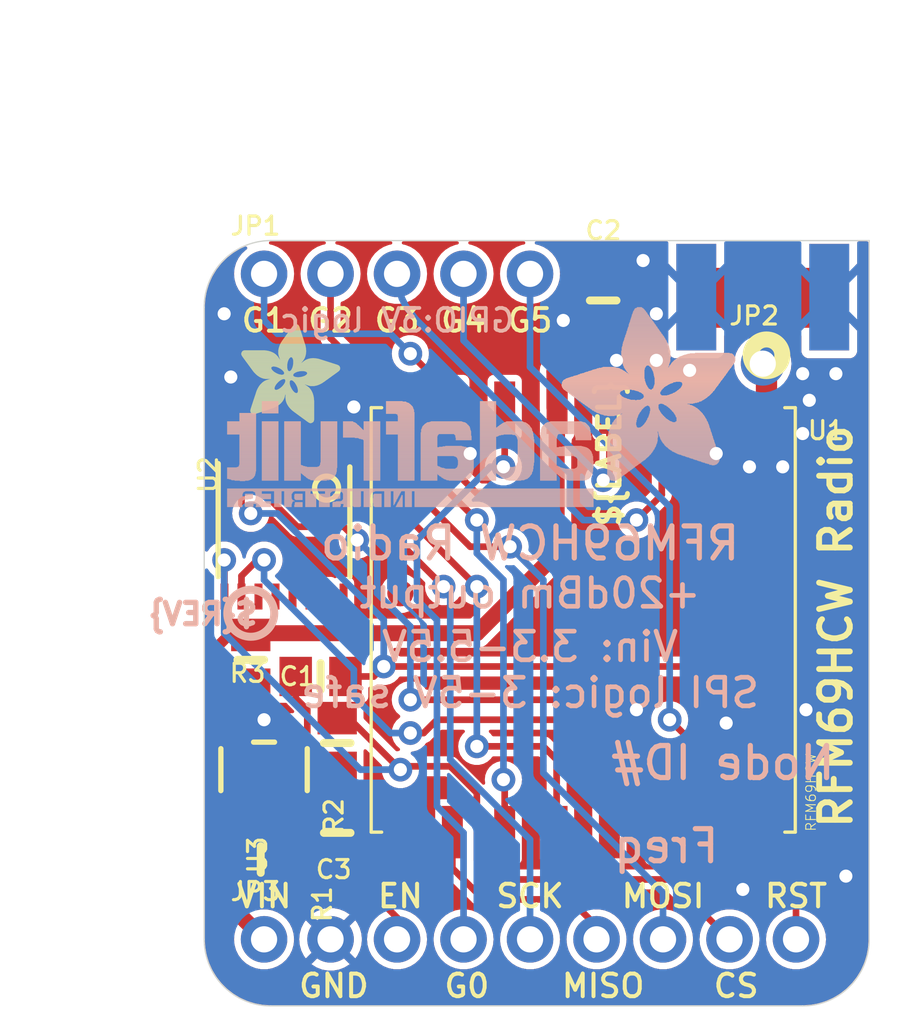
<source format=kicad_pcb>
(kicad_pcb (version 20221018) (generator pcbnew)
  (layers (0 "F.Cu" signal) (31 "B.Cu" signal) (34 "B.Paste" user) (35 "F.Paste" user) (36 "B.SilkS" user "B.Silkscreen") (37 "F.SilkS" user "F.Silkscreen") (38 "B.Mask" user) (39 "F.Mask" user) (44 "Edge.Cuts" user))
  (net 0 "")
  (net 1 "GND")
  (net 2 "3.3V")
  (net 3 "RST_3V")
  (net 4 "MOSI_3V")
  (net 5 "SCK_3V")
  (net 6 "CS_3V")
  (net 7 "RST_5V")
  (net 8 "MOSI_5V")
  (net 9 "SCK_5V")
  (net 10 "CS_5V")
  (net 11 "VIN")
  (net 12 "MISO_3V")
  (net 13 "EN")
  (net 14 "N$1")
  (net 15 "DIO3")
  (net 16 "DIO0")
  (net 17 "DIO2")
  (net 18 "DIO1")
  (net 19 "DIO5")
  (net 20 "DIO4")
  (footprint "working:0805-NO" (layer "F.Cu") (at 140.8811 113.0046 -90)
    (fp_text reference "R1" (at 1.9685 0.5715 90) (layer "F.SilkS") (effects (font (size 0.692831 0.692831) (thickness 0.119969)) (justify right)))
    (fp_text value "100K")
    (pad "1" smd rect (at -0.95 0 270) (size 1.24 1.5) (layers "F.Cu" "F.Paste" "F.Mask") (net 11 "VIN"))
    (pad "2" smd rect (at 0.95 0 270) (size 1.24 1.5) (layers "F.Cu" "F.Paste" "F.Mask") (net 13 "EN"))
  )
  (footprint "working:0805-NO" (layer "F.Cu") (at 151.0411 92.6846 90)
    (fp_text reference "C2" (at 2.667 0.762) (layer "F.SilkS") (effects (font (size 0.692831 0.692831) (thickness 0.119969)) (justify right)))
    (fp_text value "0.1uF")
    (pad "1" smd rect (at -0.95 0 90) (size 1.24 1.5) (layers "F.Cu" "F.Paste" "F.Mask") (net 2 "3.3V"))
    (pad "2" smd rect (at 0.95 0 90) (size 1.24 1.5) (layers "F.Cu" "F.Paste" "F.Mask") (net 1 "GND"))
  )
  (footprint "working:SOT23-5" (layer "F.Cu") (at 138.0871 110.5916)
    (fp_text reference "U3" (at -0.254 2.486 90) (layer "F.SilkS") (effects (font (size 0.692831 0.692831) (thickness 0.119969)) (justify right)))
    (fp_text value "AP2112K-3.3")
    (pad "1" smd rect (at -0.95 1.3001) (size 0.55 1.2) (layers "F.Cu" "F.Paste" "F.Mask") (net 11 "VIN"))
    (pad "2" smd rect (at 0 1.3001) (size 0.55 1.2) (layers "F.Cu" "F.Paste" "F.Mask") (net 1 "GND"))
    (pad "3" smd rect (at 0.95 1.3001) (size 0.55 1.2) (layers "F.Cu" "F.Paste" "F.Mask") (net 13 "EN"))
    (pad "4" smd rect (at 0.95 -1.3001) (size 0.55 1.2) (layers "F.Cu" "F.Paste" "F.Mask"))
    (pad "5" smd rect (at -0.95 -1.3001) (size 0.55 1.2) (layers "F.Cu" "F.Paste" "F.Mask") (net 2 "3.3V"))
  )
  (footprint "working:RFMHCW_SMT" (layer "F.Cu") (at 150.2791 104.8766 90)
    (fp_text reference "U1" (at 7.23 8.51) (layer "F.SilkS") (effects (font (size 0.692831 0.692831) (thickness 0.119969)) (justify left)))
    (fp_text value "RFM69HCW" (at -8.1 8.7 90) (layer "F.SilkS") (effects (font (size 0.369824 0.369824) (thickness 0.036576)) (justify left)))
    (pad "1P" smd rect (at 8.1 7 270) (size 2 0.8) (layers "F.Cu" "F.Paste" "F.Mask") (net 14 "N$1"))
    (pad "2P" smd rect (at 8.1 5 270) (size 2 0.8) (layers "F.Cu" "F.Paste" "F.Mask") (net 1 "GND"))
    (pad "3P" smd rect (at 8.1 3 270) (size 2 0.8) (layers "F.Cu" "F.Paste" "F.Mask") (net 15 "DIO3"))
    (pad "4P" smd rect (at 8.1 1 270) (size 2 0.8) (layers "F.Cu" "F.Paste" "F.Mask") (net 20 "DIO4"))
    (pad "5P" smd rect (at 8.1 -1 270) (size 2 0.8) (layers "F.Cu" "F.Paste" "F.Mask") (net 2 "3.3V"))
    (pad "6P" smd rect (at 8.1 -3 270) (size 2 0.8) (layers "F.Cu" "F.Paste" "F.Mask") (net 16 "DIO0"))
    (pad "7P" smd rect (at 8.1 -5 270) (size 2 0.8) (layers "F.Cu" "F.Paste" "F.Mask") (net 18 "DIO1"))
    (pad "8P" smd rect (at 8.1 -7 270) (size 2 0.8) (layers "F.Cu" "F.Paste" "F.Mask") (net 17 "DIO2"))
    (pad "9P" smd rect (at -8.1 -7 90) (size 2 0.8) (layers "F.Cu" "F.Paste" "F.Mask") (net 1 "GND"))
    (pad "10P" smd rect (at -8.1 -5 90) (size 2 0.8) (layers "F.Cu" "F.Paste" "F.Mask") (net 12 "MISO_3V"))
    (pad "11P" smd rect (at -8.1 -3 90) (size 2 0.8) (layers "F.Cu" "F.Paste" "F.Mask") (net 4 "MOSI_3V"))
    (pad "12P" smd rect (at -8.1 -1 90) (size 2 0.8) (layers "F.Cu" "F.Paste" "F.Mask") (net 5 "SCK_3V"))
    (pad "13P" smd rect (at -8.1 1 90) (size 2 0.8) (layers "F.Cu" "F.Paste" "F.Mask") (net 6 "CS_3V"))
    (pad "14P" smd rect (at -8.1 3 90) (size 2 0.8) (layers "F.Cu" "F.Paste" "F.Mask") (net 3 "RST_3V"))
    (pad "15P" smd rect (at -8.1 5 90) (size 2 0.8) (layers "F.Cu" "F.Paste" "F.Mask") (net 19 "DIO5"))
    (pad "16P" smd rect (at -8.1 7 90) (size 2 0.8) (layers "F.Cu" "F.Paste" "F.Mask") (net 1 "GND"))
  )
  (footprint "working:0805-NO" (layer "F.Cu") (at 140.8811 109.5756 -90)
    (fp_text reference "R2" (at 2.032 0.127 90) (layer "F.SilkS") (effects (font (size 0.692831 0.692831) (thickness 0.119969)) (justify right)))
    (fp_text value "100K")
    (pad "1" smd rect (at -0.95 0 270) (size 1.24 1.5) (layers "F.Cu" "F.Paste" "F.Mask") (net 10 "CS_5V"))
    (pad "2" smd rect (at 0.95 0 270) (size 1.24 1.5) (layers "F.Cu" "F.Paste" "F.Mask") (net 11 "VIN"))
  )
  (footprint "working:0805-NO" (layer "F.Cu") (at 137.9601 114.0206)
    (fp_text reference "C3" (at 2.032 0.381) (layer "F.SilkS") (effects (font (size 0.692831 0.692831) (thickness 0.119969)) (justify left)))
    (fp_text value "10uF")
    (pad "1" smd rect (at -0.95 0) (size 1.24 1.5) (layers "F.Cu" "F.Paste" "F.Mask") (net 11 "VIN"))
    (pad "2" smd rect (at 0.95 0) (size 1.24 1.5) (layers "F.Cu" "F.Paste" "F.Mask") (net 1 "GND"))
  )
  (footprint "working:1X05_ROUND_70" (layer "F.Cu") (at 143.1671 91.6686)
    (fp_text reference "JP1" (at -6.4262 -1.8288) (layer "F.SilkS") (effects (font (size 0.692831 0.692831) (thickness 0.119969)) (justify left)))
    (fp_text value "")
    (pad "1" thru_hole circle (at -5.08 0 90) (size 1.778 1.778) (drill 1) (layers "*.Cu" "*.Mask") (net 18 "DIO1"))
    (pad "2" thru_hole circle (at -2.54 0 90) (size 1.778 1.778) (drill 1) (layers "*.Cu" "*.Mask") (net 17 "DIO2"))
    (pad "3" thru_hole circle (at 0 0 90) (size 1.778 1.778) (drill 1) (layers "*.Cu" "*.Mask") (net 15 "DIO3"))
    (pad "4" thru_hole circle (at 2.54 0 90) (size 1.778 1.778) (drill 1) (layers "*.Cu" "*.Mask") (net 20 "DIO4"))
    (pad "5" thru_hole circle (at 5.08 0 90) (size 1.778 1.778) (drill 1) (layers "*.Cu" "*.Mask") (net 19 "DIO5"))
  )
  (footprint "working:TSSOP16" (layer "F.Cu") (at 138.8491 101.0666 180)
    (fp_text reference "U2" (at 2.8956 0.9652 90) (layer "F.SilkS") (effects (font (size 0.692831 0.692831) (thickness 0.119969)) (justify left)))
    (fp_text value "74HC4050D")
    (pad "1" smd rect (at -2.275 2.9178 180) (size 0.3048 0.9906) (layers "F.Cu" "F.Paste" "F.Mask") (net 2 "3.3V"))
    (pad "2" smd rect (at -1.625 2.9178 180) (size 0.3048 0.9906) (layers "F.Cu" "F.Paste" "F.Mask") (net 4 "MOSI_3V"))
    (pad "3" smd rect (at -0.975 2.9178 180) (size 0.3048 0.9906) (layers "F.Cu" "F.Paste" "F.Mask") (net 8 "MOSI_5V"))
    (pad "4" smd rect (at -0.325 2.9178 180) (size 0.3048 0.9906) (layers "F.Cu" "F.Paste" "F.Mask") (net 5 "SCK_3V"))
    (pad "5" smd rect (at 0.325 2.9178 180) (size 0.3048 0.9906) (layers "F.Cu" "F.Paste" "F.Mask") (net 9 "SCK_5V"))
    (pad "6" smd rect (at 0.975 2.9178 180) (size 0.3048 0.9906) (layers "F.Cu" "F.Paste" "F.Mask") (net 3 "RST_3V"))
    (pad "7" smd rect (at 1.625 2.9178 180) (size 0.3048 0.9906) (layers "F.Cu" "F.Paste" "F.Mask") (net 7 "RST_5V"))
    (pad "8" smd rect (at 2.275 2.9178 180) (size 0.3048 0.9906) (layers "F.Cu" "F.Paste" "F.Mask") (net 1 "GND"))
    (pad "9" smd rect (at 2.275 -2.9178 180) (size 0.3048 0.9906) (layers "F.Cu" "F.Paste" "F.Mask") (net 10 "CS_5V"))
    (pad "10" smd rect (at 1.625 -2.9178 180) (size 0.3048 0.9906) (layers "F.Cu" "F.Paste" "F.Mask") (net 6 "CS_3V"))
    (pad "11" smd rect (at 0.975 -2.9178 180) (size 0.3048 0.9906) (layers "F.Cu" "F.Paste" "F.Mask"))
    (pad "12" smd rect (at 0.325 -2.9178 180) (size 0.3048 0.9906) (layers "F.Cu" "F.Paste" "F.Mask"))
    (pad "13" smd rect (at -0.325 -2.9178 180) (size 0.3048 0.9906) (layers "F.Cu" "F.Paste" "F.Mask"))
    (pad "14" smd rect (at -0.975 -2.9178 180) (size 0.3048 0.9906) (layers "F.Cu" "F.Paste" "F.Mask"))
    (pad "15" smd rect (at -1.625 -2.9178 180) (size 0.3048 0.9906) (layers "F.Cu" "F.Paste" "F.Mask"))
    (pad "16" smd rect (at -2.275 -2.9178 180) (size 0.3048 0.9906) (layers "F.Cu" "F.Paste" "F.Mask"))
  )
  (footprint "working:1X09_ROUND_70" (layer "F.Cu") (at 148.2471 117.0686)
    (fp_text reference "JP3" (at -11.5062 -1.8288) (layer "F.SilkS") (effects (font (size 0.692831 0.692831) (thickness 0.119969)) (justify left)))
    (fp_text value "")
    (pad "1" thru_hole circle (at -10.16 0 90) (size 1.778 1.778) (drill 1) (layers "*.Cu" "*.Mask") (net 11 "VIN"))
    (pad "2" thru_hole circle (at -7.62 0 90) (size 1.778 1.778) (drill 1) (layers "*.Cu" "*.Mask") (net 1 "GND"))
    (pad "3" thru_hole circle (at -5.08 0 90) (size 1.778 1.778) (drill 1) (layers "*.Cu" "*.Mask") (net 13 "EN"))
    (pad "4" thru_hole circle (at -2.54 0 90) (size 1.778 1.778) (drill 1) (layers "*.Cu" "*.Mask") (net 16 "DIO0"))
    (pad "5" thru_hole circle (at 0 0 90) (size 1.778 1.778) (drill 1) (layers "*.Cu" "*.Mask") (net 9 "SCK_5V"))
    (pad "6" thru_hole circle (at 2.54 0 90) (size 1.778 1.778) (drill 1) (layers "*.Cu" "*.Mask") (net 12 "MISO_3V"))
    (pad "7" thru_hole circle (at 5.08 0 90) (size 1.778 1.778) (drill 1) (layers "*.Cu" "*.Mask") (net 8 "MOSI_5V"))
    (pad "8" thru_hole circle (at 7.62 0 90) (size 1.778 1.778) (drill 1) (layers "*.Cu" "*.Mask") (net 10 "CS_5V"))
    (pad "9" thru_hole circle (at 10.16 0 90) (size 1.778 1.778) (drill 1) (layers "*.Cu" "*.Mask") (net 7 "RST_5V"))
  )
  (footprint "working:FIDUCIAL_1MM" (layer "F.Cu") (at 143.2941 103.8606 90)
    (fp_text reference "FID2" hide)
    (fp_text value "FIDUCIAL\"\"" hide)
    (pad "1" smd roundrect (at 0 0 90) (size 1 1) (layers "F.Cu" "F.Mask") (roundrect_rratio 0.5))
  )
  (footprint "working:SMA_EDGELAUNCH_UFL" (layer "F.Cu") (at 157.1371 90.5256 -90)
    (fp_text reference "X1" hide)
    (fp_text value "uFL/SMA")
    (fp_text user "${LABEL}" (at 5.08 6.35 -90) (layer "F.SilkS") (effects (font (size 0.83312 0.83312) (thickness 0.18288)) (justify right top)))
    (fp_poly (pts (xy 3.2004 -0.9636) (xy 0.9144 -0.9636) (xy 0.9144 -3.2766) (xy 3.2004 -3.2766)) (fill solid) (layer "F.Cu"))
    (fp_poly (pts (xy 3.2004 3.2766) (xy 0.9144 3.2766) (xy 0.9144 0.9636) (xy 3.2004 0.9636)) (fill solid) (layer "F.Cu"))
    (pad "GND@1" smd rect (at 2.032 2.54) (size 1.524 4.064) (layers "F.Cu" "F.Mask") (net 1 "GND"))
    (pad "GND@2" smd rect (at 2.032 -2.54) (size 1.524 4.064) (layers "F.Cu" "F.Mask") (net 1 "GND"))
    (pad "GND@3" smd rect (at 2.032 -2.54) (size 1.524 4.064) (layers "B.Cu" "B.Mask") (net 1 "GND"))
    (pad "GND@4" smd rect (at 2.032 2.54) (size 1.524 4.064) (layers "B.Cu" "B.Mask") (net 1 "GND"))
    (pad "P" smd rect (at 3.048 0) (size 1.016 2.032) (layers "F.Cu" "F.Mask") (net 14 "N$1"))
    (zone (net 0) (net_name "") (layer "F.Cu") (connect_pads (clearance 0)) (min_thickness 0.25)
      (keepout (tracks not_allowed) (vias not_allowed) (pads not_allowed) (copperpour not_allowed) (footprints allowed))
      (fill (thermal_gap 0.5) (thermal_bridge_width 0.5))
      (polygon (pts (xy 156.2735 91.44) (xy 156.2735 93.726) (xy 156.5021 93.726) (xy 156.5021 91.44)))
    )
    (zone (net 0) (net_name "") (layer "F.Cu") (connect_pads (clearance 0)) (min_thickness 0.25)
      (keepout (tracks not_allowed) (vias not_allowed) (pads not_allowed) (copperpour not_allowed) (footprints allowed))
      (fill (thermal_gap 0.5) (thermal_bridge_width 0.5))
      (polygon (pts (xy 157.7721 91.44) (xy 157.7721 93.726) (xy 158.0007 93.726) (xy 158.0007 91.44)))
    )
  )
  (footprint "working:0805-NO" (layer "F.Cu") (at 140.2461 107.0356 180)
    (fp_text reference "R3" (at 2.032 0.127) (layer "F.SilkS") (effects (font (size 0.692831 0.692831) (thickness 0.119969)) (justify right)))
    (fp_text value "100K")
    (pad "1" smd rect (at -0.95 0 180) (size 1.24 1.5) (layers "F.Cu" "F.Paste" "F.Mask") (net 7 "RST_5V"))
    (pad "2" smd rect (at 0.95 0 180) (size 1.24 1.5) (layers "F.Cu" "F.Paste" "F.Mask") (net 11 "VIN"))
  )
  (footprint "working:ADAFRUIT_3.5MM" (layer "F.Cu") (at 137.1981 97.3836)
    (fp_text reference "U$8" hide)
    (fp_text value "" hide)
  )
  (footprint "working:1X01_ROUND" (layer "F.Cu") (at 157.1371 95.0976)
    (fp_text reference "JP2" (at -1.3462 -1.8288) (layer "F.SilkS") (effects (font (size 0.692831 0.692831) (thickness 0.119969)) (justify left)))
    (fp_text value "")
    (pad "1" thru_hole circle (at 0 0 90) (size 1.6764 1.6764) (drill 1) (layers "*.Cu" "*.Mask") (net 14 "N$1"))
  )
  (footprint "working:FIDUCIAL_1MM" (layer "F.Cu") (at 156.7561 110.4646 90)
    (fp_text reference "FID1" hide)
    (fp_text value "FIDUCIAL\"\"" hide)
    (pad "1" smd roundrect (at 0 0 90) (size 1 1) (layers "F.Cu" "F.Mask") (roundrect_rratio 0.5))
  )
  (footprint "working:0805-NO" (layer "F.Cu") (at 137.5791 106.4006 -90)
    (fp_text reference "C1" (at 0.635 -2.54) (layer "F.SilkS") (effects (font (size 0.692831 0.692831) (thickness 0.119969)) (justify right)))
    (fp_text value "10uF")
    (pad "1" smd rect (at -0.95 0 270) (size 1.24 1.5) (layers "F.Cu" "F.Paste" "F.Mask") (net 2 "3.3V"))
    (pad "2" smd rect (at 0.95 0 270) (size 1.24 1.5) (layers "F.Cu" "F.Paste" "F.Mask") (net 1 "GND"))
  )
  (footprint "working:PCBFEAT-REV-040" (layer "B.Cu") (at 137.5791 104.6226 180)
    (fp_text reference "U$14" hide)
    (fp_text value "" hide)
    (fp_text user "${REV}" (at -0.3556 -0.508) (layer "B.SilkS") (effects (font (size 0.8128 0.8128) (thickness 0.2032)) (justify left bottom mirror)))
  )
  (footprint "working:ADAFRUIT_TEXT_20MM" (layer "B.Cu") (at 156.2481 100.5586 180)
    (fp_text reference "U$19" hide)
    (fp_text value "" hide)
  )
  (gr_line (start 135.8011 117.0686) (end 135.8011 92.9386) (stroke (width 0.05)) (layer "Edge.Cuts"))
  (gr_line (start 161.2011 90.3986) (end 161.2011 117.0686) (stroke (width 0.05)) (layer "Edge.Cuts"))
  (gr_line (start 138.3411 90.3986) (end 161.2011 90.3986) (stroke (width 0.05)) (layer "Edge.Cuts"))
  (gr_arc (start 138.3411 119.6086) (mid 136.545049 118.864651) (end 135.8011 117.0686) (stroke (width 0.05)) (layer "Edge.Cuts"))
  (gr_line (start 158.6611 119.6086) (end 138.3411 119.6086) (stroke (width 0.05)) (layer "Edge.Cuts"))
  (gr_arc (start 135.8011 92.9386) (mid 136.545049 91.142549) (end 138.3411 90.3986) (stroke (width 0.05)) (layer "Edge.Cuts"))
  (gr_arc (start 161.2011 117.0686) (mid 160.457151 118.864651) (end 158.6611 119.6086) (stroke (width 0.05)) (layer "Edge.Cuts"))
  (gr_text "Node ID#" (at 155.6131 110.3376) (layer "B.SilkS") (effects (font (size 1.223264 1.223264) (thickness 0.199136)) (justify mirror)))
  (gr_text "Freq" (at 153.4541 113.5126) (layer "B.SilkS") (effects (font (size 1.223264 1.223264) (thickness 0.199136)) (justify mirror)))
  (gr_text "GPIO:3V logic" (at 143.1671 93.4466) (layer "B.SilkS") (effects (font (size 0.87376 0.87376) (thickness 0.14224)) (justify mirror)))
  (gr_text "Vin: 3.3-5.5V\nSPI logic: 3-5V safe" (at 148.2471 106.7816) (layer "B.SilkS") (effects (font (size 1.0922 1.0922) (thickness 0.1778)) (justify mirror)))
  (gr_text "RFM69HCW Radio" (at 148.2471 101.9556) (layer "B.SilkS") (effects (font (size 1.223264 1.223264) (thickness 0.199136)) (justify mirror)))
  (gr_text "+20dBm output" (at 148.2471 103.8606) (layer "B.SilkS") (effects (font (size 1.0922 1.0922) (thickness 0.1778)) (justify mirror)))
  (gr_text "G3" (at 143.1671 93.4466) (layer "F.SilkS") (effects (font (size 0.8636 0.8636) (thickness 0.1524))))
  (gr_text "G5" (at 148.2471 93.4466) (layer "F.SilkS") (effects (font (size 0.8636 0.8636) (thickness 0.1524))))
  (gr_text "EN" (at 143.2941 115.4176) (layer "F.SilkS") (effects (font (size 0.8636 0.8636) (thickness 0.1524))))
  (gr_text "G4" (at 145.7071 93.4466) (layer "F.SilkS") (effects (font (size 0.8636 0.8636) (thickness 0.1524))))
  (gr_text "G0" (at 145.8341 118.8466) (layer "F.SilkS") (effects (font (size 0.8636 0.8636) (thickness 0.1524))))
  (gr_text "G2" (at 140.6271 93.4466) (layer "F.SilkS") (effects (font (size 0.8636 0.8636) (thickness 0.1524))))
  (gr_text "CS" (at 156.1211 118.8466) (layer "F.SilkS") (effects (font (size 0.8636 0.8636) (thickness 0.1524))))
  (gr_text "VIN" (at 138.0871 115.4176) (layer "F.SilkS") (effects (font (size 0.8636 0.8636) (thickness 0.1524))))
  (gr_text "RST" (at 158.4071 115.4176) (layer "F.SilkS") (effects (font (size 0.8636 0.8636) (thickness 0.1524))))
  (gr_text "GND" (at 140.7541 118.8466) (layer "F.SilkS") (effects (font (size 0.8636 0.8636) (thickness 0.1524))))
  (gr_text "MISO" (at 151.0411 118.8466) (layer "F.SilkS") (effects (font (size 0.8636 0.8636) (thickness 0.1524))))
  (gr_text "G1" (at 138.0871 93.4466) (layer "F.SilkS") (effects (font (size 0.8636 0.8636) (thickness 0.1524))))
  (gr_text "MOSI" (at 153.3271 115.4176) (layer "F.SilkS") (effects (font (size 0.8636 0.8636) (thickness 0.1524))))
  (gr_text "RFM69HCW Radio" (at 159.9311 105.1306 90) (layer "F.SilkS") (effects (font (size 1.17348 1.17348) (thickness 0.22352))))
  (gr_text "SCK" (at 148.2471 115.4176) (layer "F.SilkS") (effects (font (size 0.8636 0.8636) (thickness 0.1524))))
  (segment (start 138.0871 111.8917) (end 138.0871 111.9886) (width 0.4064) (layer "F.Cu") (net 1))
  (via (at 157.8991 99.0346) (size 0.9064) (drill 0.5) (layers "F.Cu" "B.Cu") (net 1))
  (via (at 149.5171 93.4466) (size 0.9064) (drill 0.5) (layers "F.Cu" "B.Cu") (net 1))
  (via (at 158.9151 96.4946) (size 0.9064) (drill 0.5) (layers "F.Cu" "B.Cu") (net 1))
  (via (at 158.6611 95.4786) (size 0.9064) (drill 0.5) (layers "F.Cu" "B.Cu") (net 1))
  (via (at 152.5651 91.1606) (size 0.9064) (drill 0.5) (layers "F.Cu" "B.Cu") (net 1))
  (via (at 136.8171 95.6056) (size 0.9064) (drill 0.5) (layers "F.Cu" "B.Cu") (net 1))
  (via (at 153.0731 94.9706) (size 0.9064) (drill 0.5) (layers "F.Cu" "B.Cu") (net 1))
  (via (at 138.0871 108.6866) (size 0.9064) (drill 0.5) (layers "F.Cu" "B.Cu") (net 1))
  (via (at 151.5491 94.9706) (size 0.9064) (drill 0.5) (layers "F.Cu" "B.Cu") (net 1))
  (via (at 145.9611 98.5266) (size 0.9064) (drill 0.5) (layers "F.Cu" "B.Cu") (net 1))
  (via (at 156.6291 99.0346) (size 0.9064) (drill 0.5) (layers "F.Cu" "B.Cu") (net 1))
  (via (at 155.3591 98.5266) (size 0.9064) (drill 0.5) (layers "F.Cu" "B.Cu") (net 1))
  (via (at 160.3121 114.6556) (size 0.9064) (drill 0.5) (layers "F.Cu" "B.Cu") (net 1))
  (via (at 155.7401 108.8136) (size 0.9064) (drill 0.5) (layers "F.Cu" "B.Cu") (net 1))
  (via (at 158.7881 108.3056) (size 0.9064) (drill 0.5) (layers "F.Cu" "B.Cu") (net 1))
  (via (at 141.5161 96.7486) (size 0.9064) (drill 0.5) (layers "F.Cu" "B.Cu") (net 1))
  (via (at 136.5631 93.1926) (size 0.9064) (drill 0.5) (layers "F.Cu" "B.Cu") (net 1))
  (via (at 158.6611 97.7646) (size 0.9064) (drill 0.5) (layers "F.Cu" "B.Cu") (net 1))
  (via (at 153.0731 93.1926) (size 0.9064) (drill 0.5) (layers "F.Cu" "B.Cu") (net 1))
  (via (at 152.3111 108.3056) (size 0.9064) (drill 0.5) (layers "F.Cu" "B.Cu") (net 1))
  (via (at 159.9311 95.4786) (size 0.9064) (drill 0.5) (layers "F.Cu" "B.Cu") (net 1))
  (via (at 156.3751 115.1636) (size 0.9064) (drill 0.5) (layers "F.Cu" "B.Cu") (net 1))
  (via (at 154.3431 95.3516) (size 0.9064) (drill 0.5) (layers "F.Cu" "B.Cu") (net 1))
  (segment (start 149.2791 95.3966) (end 151.0411 93.6346) (width 0.8128) (layer "F.Cu") (net 2))
  (segment (start 146.2151 105.3846) (end 149.2631 102.3366) (width 0.6096) (layer "F.Cu") (net 2))
  (segment (start 136.3091 108.1786) (end 136.3091 105.8926) (width 0.4064) (layer "F.Cu") (net 2))
  (segment (start 149.2631 100.0506) (end 149.2631 96.7926) (width 0.6096) (layer "F.Cu") (net 2))
  (segment (start 136.3091 105.8926) (end 136.8171 105.3846) (width 0.4064) (layer "F.Cu") (net 2))
  (segment (start 141.1241 98.1488) (end 144.3133 98.1488) (width 0.254) (layer "F.Cu") (net 2))
  (segment (start 136.8171 105.3846) (end 137.7061 105.3846) (width 0.4064) (layer "F.Cu") (net 2))
  (segment (start 137.1371 109.0066) (end 136.3091 108.1786) (width 0.4064) (layer "F.Cu") (net 2))
  (segment (start 137.5791 105.4506) (end 137.6401 105.4506) (width 0.4064) (layer "F.Cu") (net 2))
  (segment (start 149.2631 102.3366) (end 149.2631 100.0506) (width 0.6096) (layer "F.Cu") (net 2))
  (segment (start 149.2791 96.7766) (end 149.2791 95.3966) (width 0.8128) (layer "F.Cu") (net 2))
  (segment (start 146.2151 100.0506) (end 149.2631 100.0506) (width 0.254) (layer "F.Cu") (net 2))
  (segment (start 149.2631 96.7926) (end 149.2791 96.7766) (width 0.6096) (layer "F.Cu") (net 2))
  (segment (start 137.7061 105.3846) (end 138.0871 105.3846) (width 0.6096) (layer "F.Cu") (net 2))
  (segment (start 138.0871 105.3846) (end 146.2151 105.3846) (width 0.6096) (layer "F.Cu") (net 2))
  (segment (start 137.1371 109.2915) (end 137.1371 109.0066) (width 0.4064) (layer "F.Cu") (net 2))
  (segment (start 137.6401 105.4506) (end 137.7061 105.3846) (width 0.4064) (layer "F.Cu") (net 2))
  (segment (start 149.2791 98.0026) (end 149.2791 96.7766) (width 0.6096) (layer "F.Cu") (net 2))
  (segment (start 144.3133 98.1488) (end 146.2151 100.0506) (width 0.254) (layer "F.Cu") (net 2))
  (segment (start 137.3251 105.3846) (end 137.7061 105.3846) (width 0.6096) (layer "F.Cu") (net 2))
  (segment (start 137.8741 99.8376) (end 139.3571 101.3206) (width 0.254) (layer "F.Cu") (net 3))
  (segment (start 153.2791 110.6706) (end 150.5331 107.9246) (width 0.254) (layer "F.Cu") (net 3))
  (segment (start 137.8741 98.1488) (end 137.8741 99.8376) (width 0.254) (layer "F.Cu") (net 3))
  (segment (start 150.5331 107.9246) (end 143.6751 107.9246) (width 0.254) (layer "F.Cu") (net 3))
  (segment (start 141.1351 101.3206) (end 141.6431 101.8286) (width 0.254) (layer "F.Cu") (net 3))
  (segment (start 153.2791 112.9766) (end 153.2791 110.6706) (width 0.254) (layer "F.Cu") (net 3))
  (segment (start 139.3571 101.3206) (end 141.1351 101.3206) (width 0.254) (layer "F.Cu") (net 3))
  (via (at 141.6431 101.8286) (size 0.9064) (drill 0.5) (layers "F.Cu" "B.Cu") (net 3))
  (via (at 143.6751 107.9246) (size 0.9064) (drill 0.5) (layers "F.Cu" "B.Cu") (net 3))
  (segment (start 143.6751 105.1306) (end 142.4051 103.8606) (width 0.254) (layer "B.Cu") (net 3))
  (segment (start 142.4051 103.8606) (end 142.4051 102.5906) (width 0.254) (layer "B.Cu") (net 3))
  (segment (start 143.6751 107.9246) (end 143.6751 105.1306) (width 0.254) (layer "B.Cu") (net 3))
  (segment (start 142.4051 102.5906) (end 141.6431 101.8286) (width 0.254) (layer "B.Cu") (net 3))
  (segment (start 140.6271 99.2886) (end 144.4371 99.2886) (width 0.254) (layer "F.Cu") (net 4))
  (segment (start 147.2791 111.0206) (end 147.2791 112.9766) (width 0.254) (layer "F.Cu") (net 4))
  (segment (start 144.4371 99.2886) (end 146.2151 101.0666) (width 0.254) (layer "F.Cu") (net 4))
  (segment (start 140.4741 99.1356) (end 140.6271 99.2886) (width 0.254) (layer "F.Cu") (net 4))
  (segment (start 147.2311 110.9726) (end 147.2791 111.0206) (width 0.254) (layer "F.Cu") (net 4))
  (segment (start 140.4741 98.1488) (end 140.4741 99.1356) (width 0.254) (layer "F.Cu") (net 4))
  (via (at 147.2311 110.9726) (size 0.9064) (drill 0.5) (layers "F.Cu" "B.Cu") (net 4))
  (via (at 146.2151 101.0666) (size 0.9064) (drill 0.5) (layers "F.Cu" "B.Cu") (net 4))
  (segment (start 146.2151 102.3366) (end 146.2151 101.0666) (width 0.254) (layer "B.Cu") (net 4))
  (segment (start 147.2311 103.3526) (end 146.2151 102.3366) (width 0.254) (layer "B.Cu") (net 4))
  (segment (start 147.2311 103.3526) (end 147.2311 110.9726) (width 0.254) (layer "B.Cu") (net 4))
  (segment (start 142.9131 100.3046) (end 146.2151 103.6066) (width 0.254) (layer "F.Cu") (net 5))
  (segment (start 139.1741 99.6136) (end 139.8651 100.3046) (width 0.254) (layer "F.Cu") (net 5))
  (segment (start 146.2151 109.7026) (end 148.7551 109.7026) (width 0.254) (layer "F.Cu") (net 5))
  (segment (start 139.8651 100.3046) (end 142.9131 100.3046) (width 0.254) (layer "F.Cu") (net 5))
  (segment (start 149.2631 112.9606) (end 149.2791 112.9766) (width 0.254) (layer "F.Cu") (net 5))
  (segment (start 149.2631 110.2106) (end 149.2631 112.9606) (width 0.254) (layer "F.Cu") (net 5))
  (segment (start 139.1741 98.1488) (end 139.1741 99.6136) (width 0.254) (layer "F.Cu") (net 5))
  (segment (start 148.7551 109.7026) (end 149.2631 110.2106) (width 0.254) (layer "F.Cu") (net 5))
  (via (at 146.2151 103.6066) (size 0.9064) (drill 0.5) (layers "F.Cu" "B.Cu") (net 5))
  (via (at 146.2151 109.7026) (size 0.9064) (drill 0.5) (layers "F.Cu" "B.Cu") (net 5))
  (segment (start 146.2151 103.6066) (end 146.2151 109.7026) (width 0.254) (layer "B.Cu") (net 5))
  (segment (start 151.2951 112.9606) (end 151.2791 112.9766) (width 0.254) (layer "F.Cu") (net 6))
  (segment (start 137.2241 103.1996) (end 137.8331 102.5906) (width 0.254) (layer "F.Cu") (net 6))
  (segment (start 144.1831 109.1946) (end 144.6911 108.6866) (width 0.254) (layer "F.Cu") (net 6))
  (segment (start 143.6751 109.1946) (end 144.1831 109.1946) (width 0.254) (layer "F.Cu") (net 6))
  (segment (start 137.8331 102.5906) (end 138.0871 102.5906) (width 0.254) (layer "F.Cu") (net 6))
  (segment (start 144.6911 108.6866) (end 149.5171 108.6866) (width 0.254) (layer "F.Cu") (net 6))
  (segment (start 151.2951 110.4646) (end 151.2951 112.9606) (width 0.254) (layer "F.Cu") (net 6))
  (segment (start 137.2241 103.9844) (end 137.2241 103.1996) (width 0.254) (layer "F.Cu") (net 6))
  (segment (start 149.5171 108.6866) (end 151.2951 110.4646) (width 0.254) (layer "F.Cu") (net 6))
  (via (at 138.0871 102.5906) (size 0.9064) (drill 0.5) (layers "F.Cu" "B.Cu") (net 6))
  (via (at 143.6751 109.1946) (size 0.9064) (drill 0.5) (layers "F.Cu" "B.Cu") (net 6))
  (segment (start 138.0871 103.3526) (end 141.5161 106.7816) (width 0.254) (layer "B.Cu") (net 6))
  (segment (start 142.9131 109.1946) (end 143.6751 109.1946) (width 0.254) (layer "B.Cu") (net 6))
  (segment (start 138.0871 102.5906) (end 138.0871 103.3526) (width 0.254) (layer "B.Cu") (net 6))
  (segment (start 141.5161 106.7816) (end 141.5161 107.7976) (width 0.254) (layer "B.Cu") (net 6))
  (segment (start 141.5161 107.7976) (end 142.9131 109.1946) (width 0.254) (layer "B.Cu") (net 6))
  (segment (start 137.2241 100.4576) (end 137.5791 100.8126) (width 0.254) (layer "F.Cu") (net 7))
  (segment (start 155.3591 106.6546) (end 158.4071 109.7026) (width 0.254) (layer "F.Cu") (net 7))
  (segment (start 141.1961 107.0356) (end 142.2781 107.0356) (width 0.254) (layer "F.Cu") (net 7))
  (segment (start 142.6591 106.6546) (end 155.3591 106.6546) (width 0.254) (layer "F.Cu") (net 7))
  (segment (start 137.2241 98.1488) (end 137.2241 100.4576) (width 0.254) (layer "F.Cu") (net 7))
  (segment (start 142.2781 107.0356) (end 142.6591 106.6546) (width 0.254) (layer "F.Cu") (net 7))
  (segment (start 158.4071 109.7026) (end 158.4071 117.0686) (width 0.254) (layer "F.Cu") (net 7))
  (via (at 137.5791 100.8126) (size 0.9064) (drill 0.5) (layers "F.Cu" "B.Cu") (net 7))
  (via (at 142.6591 106.6546) (size 0.9064) (drill 0.5) (layers "F.Cu" "B.Cu") (net 7))
  (segment (start 137.5791 100.8126) (end 138.5951 100.8126) (width 0.254) (layer "B.Cu") (net 7))
  (segment (start 138.5951 100.8126) (end 142.6591 104.8766) (width 0.254) (layer "B.Cu") (net 7))
  (segment (start 142.6591 104.8766) (end 142.6591 106.6546) (width 0.254) (layer "B.Cu") (net 7))
  (segment (start 143.6751 99.7966) (end 145.9611 102.0826) (width 0.254) (layer "F.Cu") (net 8))
  (segment (start 139.8241 98.1488) (end 139.8241 99.2476) (width 0.254) (layer "F.Cu") (net 8))
  (segment (start 145.9611 102.0826) (end 147.4851 102.0826) (width 0.254) (layer "F.Cu") (net 8))
  (segment (start 139.8241 99.2476) (end 140.3731 99.7966) (width 0.254) (layer "F.Cu") (net 8))
  (segment (start 140.3731 99.7966) (end 143.6751 99.7966) (width 0.254) (layer "F.Cu") (net 8))
  (via (at 147.4851 102.0826) (size 0.9064) (drill 0.5) (layers "F.Cu" "B.Cu") (net 8))
  (segment (start 148.7551 110.7186) (end 148.7551 103.3526) (width 0.254) (layer "B.Cu") (net 8))
  (segment (start 153.3271 115.2906) (end 148.7551 110.7186) (width 0.254) (layer "B.Cu") (net 8))
  (segment (start 148.7551 103.3526) (end 147.4851 102.0826) (width 0.254) (layer "B.Cu") (net 8))
  (segment (start 153.3271 117.0686) (end 153.3271 115.2906) (width 0.254) (layer "B.Cu") (net 8))
  (segment (start 139.6111 100.8126) (end 142.1511 100.8126) (width 0.254) (layer "F.Cu") (net 9))
  (segment (start 142.1511 100.8126) (end 144.9451 103.6066) (width 0.254) (layer "F.Cu") (net 9))
  (segment (start 138.5241 98.1488) (end 138.5241 99.7256) (width 0.254) (layer "F.Cu") (net 9))
  (segment (start 138.5241 99.7256) (end 139.6111 100.8126) (width 0.254) (layer "F.Cu") (net 9))
  (via (at 144.9451 103.6066) (size 0.9064) (drill 0.5) (layers "F.Cu" "B.Cu") (net 9))
  (segment (start 145.1991 103.8606) (end 145.1991 110.2106) (width 0.254) (layer "B.Cu") (net 9))
  (segment (start 148.2471 113.2586) (end 148.2471 117.0686) (width 0.254) (layer "B.Cu") (net 9))
  (segment (start 144.9451 103.6066) (end 145.1991 103.8606) (width 0.254) (layer "B.Cu") (net 9))
  (segment (start 145.1991 110.2106) (end 148.2471 113.2586) (width 0.254) (layer "B.Cu") (net 9))
  (segment (start 143.2941 110.5916) (end 143.4211 110.4646) (width 0.254) (layer "F.Cu") (net 10))
  (segment (start 146.9771 114.7826) (end 146.2151 114.0206) (width 0.254) (layer "F.Cu") (net 10))
  (segment (start 136.5741 103.9844) (end 136.5741 102.6016) (width 0.254) (layer "F.Cu") (net 10))
  (segment (start 146.2151 111.4806) (end 145.1991 110.4646) (width 0.254) (layer "F.Cu") (net 10))
  (segment (start 153.5811 114.7826) (end 146.9771 114.7826) (width 0.254) (layer "F.Cu") (net 10))
  (segment (start 141.3281 108.6256) (end 140.8811 108.6256) (width 0.254) (layer "F.Cu") (net 10))
  (segment (start 146.2151 114.0206) (end 146.2151 111.4806) (width 0.254) (layer "F.Cu") (net 10))
  (segment (start 145.1991 110.4646) (end 143.4211 110.4646) (width 0.254) (layer "F.Cu") (net 10))
  (segment (start 143.2941 110.5916) (end 141.3281 108.6256) (width 0.254) (layer "F.Cu") (net 10))
  (segment (start 155.8671 117.0686) (end 153.5811 114.7826) (width 0.254) (layer "F.Cu") (net 10))
  (segment (start 136.5741 102.6016) (end 136.5631 102.5906) (width 0.254) (layer "F.Cu") (net 10))
  (via (at 143.2941 110.5916) (size 0.9064) (drill 0.5) (layers "F.Cu" "B.Cu") (net 10))
  (via (at 136.5631 102.5906) (size 0.9064) (drill 0.5) (layers "F.Cu" "B.Cu") (net 10))
  (segment (start 141.7701 110.5916) (end 143.2941 110.5916) (width 0.254) (layer "B.Cu") (net 10))
  (segment (start 136.5631 102.5906) (end 136.5631 105.3846) (width 0.254) (layer "B.Cu") (net 10))
  (segment (start 136.5631 105.3846) (end 141.7701 110.5916) (width 0.254) (layer "B.Cu") (net 10))
  (segment (start 140.8811 110.5256) (end 140.8811 112.0546) (width 0.254) (layer "F.Cu") (net 11))
  (segment (start 137.3251 110.5916) (end 139.6111 110.5916) (width 0.4064) (layer "F.Cu") (net 11))
  (segment (start 137.1371 110.7796) (end 137.3251 110.5916) (width 0.4064) (layer "F.Cu") (net 11))
  (segment (start 137.0101 115.9916) (end 137.0101 114.0206) (width 0.6096) (layer "F.Cu") (net 11))
  (segment (start 137.1371 111.8917) (end 137.1371 110.7796) (width 0.4064) (layer "F.Cu") (net 11))
  (segment (start 139.7381 110.4646) (end 139.6111 110.5916) (width 0.254) (layer "F.Cu") (net 11))
  (segment (start 139.2961 107.0356) (end 139.2961 107.8636) (width 0.254) (layer "F.Cu") (net 11))
  (segment (start 139.7381 108.3056) (end 139.7381 110.4646) (width 0.254) (layer "F.Cu") (net 11))
  (segment (start 137.1371 113.8936) (end 137.1371 111.8917) (width 0.6096) (layer "F.Cu") (net 11))
  (segment (start 137.0101 114.0206) (end 137.1371 113.8936) (width 0.6096) (layer "F.Cu") (net 11))
  (segment (start 139.6111 110.5916) (end 140.8151 110.5916) (width 0.4064) (layer "F.Cu") (net 11))
  (segment (start 138.0871 117.0686) (end 137.0101 115.9916) (width 0.6096) (layer "F.Cu") (net 11))
  (segment (start 139.2961 107.8636) (end 139.7381 108.3056) (width 0.254) (layer "F.Cu") (net 11))
  (segment (start 140.8151 110.5916) (end 140.8811 110.5256) (width 0.4064) (layer "F.Cu") (net 11))
  (segment (start 150.7871 116.5606) (end 150.7871 117.0686) (width 0.254) (layer "F.Cu") (net 12))
  (segment (start 145.2791 112.9766) (end 145.2791 114.3546) (width 0.254) (layer "F.Cu") (net 12))
  (segment (start 149.7711 115.5446) (end 150.7871 116.5606) (width 0.254) (layer "F.Cu") (net 12))
  (segment (start 145.2791 114.3546) (end 146.4691 115.5446) (width 0.254) (layer "F.Cu") (net 12))
  (segment (start 146.4691 115.5446) (end 149.7711 115.5446) (width 0.254) (layer "F.Cu") (net 12))
  (segment (start 143.1671 116.2406) (end 140.8811 113.9546) (width 0.254) (layer "F.Cu") (net 13))
  (segment (start 140.8811 113.9546) (end 140.8151 113.9546) (width 0.254) (layer "F.Cu") (net 13))
  (segment (start 139.0371 112.1766) (end 139.0371 111.8917) (width 0.254) (layer "F.Cu") (net 13))
  (segment (start 140.8151 113.9546) (end 139.0371 112.1766) (width 0.254) (layer "F.Cu") (net 13))
  (segment (start 143.1671 117.0686) (end 143.1671 116.2406) (width 0.254) (layer "F.Cu") (net 13))
  (segment (start 157.2791 93.7156) (end 157.1371 93.5736) (width 0.8128) (layer "F.Cu") (net 14))
  (segment (start 157.2791 96.7766) (end 157.2791 93.7156) (width 0.8128) (layer "F.Cu") (net 14))
  (segment (start 157.1371 95.0976) (end 157.1371 93.5736) (width 0.4064) (layer "F.Cu") (net 14))
  (segment (start 152.3111 101.0666) (end 153.2791 100.0986) (width 0.254) (layer "F.Cu") (net 15))
  (segment (start 153.2791 100.0986) (end 153.2791 96.7766) (width 0.254) (layer "F.Cu") (net 15))
  (via (at 152.3111 101.0666) (size 0.9064) (drill 0.5) (layers "F.Cu" "B.Cu") (net 15))
  (segment (start 143.188084 91.988761) (end 143.250678 92.303443) (width 0.254) (layer "B.Cu") (net 15))
  (segment (start 143.885521 93.403022) (end 149.7711 99.2886) (width 0.254) (layer "B.Cu") (net 15))
  (segment (start 143.1671 91.6686) (end 143.1671 91.6686) (width 0.254) (layer "B.Cu") (net 15))
  (segment (start 149.7711 99.2886) (end 149.7711 100.5586) (width 0.254) (layer "B.Cu") (net 15))
  (segment (start 143.353811 92.607263) (end 143.495718 92.895022) (width 0.254) (layer "B.Cu") (net 15))
  (segment (start 143.495718 92.895022) (end 143.885521 93.403022) (width 0.254) (layer "B.Cu") (net 15))
  (segment (start 150.2791 101.0666) (end 152.3111 101.0666) (width 0.254) (layer "B.Cu") (net 15))
  (segment (start 143.250678 92.303443) (end 143.353811 92.607263) (width 0.254) (layer "B.Cu") (net 15))
  (segment (start 143.1671 91.6686) (end 143.188084 91.988761) (width 0.254) (layer "B.Cu") (net 15))
  (segment (start 149.7711 100.5586) (end 150.2791 101.0666) (width 0.254) (layer "B.Cu") (net 15))
  (segment (start 147.2311 99.0346) (end 147.2791 98.9866) (width 0.254) (layer "F.Cu") (net 16))
  (segment (start 147.2791 98.9866) (end 147.2791 96.7766) (width 0.254) (layer "F.Cu") (net 16))
  (via (at 147.2311 99.0346) (size 0.9064) (drill 0.5) (layers "F.Cu" "B.Cu") (net 16))
  (segment (start 143.9291 104.1146) (end 144.6911 104.8766) (width 0.254) (layer "B.Cu") (net 16))
  (segment (start 144.6911 111.9886) (end 145.7071 113.0046) (width 0.254) (layer "B.Cu") (net 16))
  (segment (start 143.9291 101.8286) (end 143.9291 104.1146) (width 0.254) (layer "B.Cu") (net 16))
  (segment (start 145.7071 113.0046) (end 145.7071 117.0686) (width 0.254) (layer "B.Cu") (net 16))
  (segment (start 146.7231 99.0346) (end 143.9291 101.8286) (width 0.254) (layer "B.Cu") (net 16))
  (segment (start 144.6911 104.8766) (end 144.6911 111.9886) (width 0.254) (layer "B.Cu") (net 16))
  (segment (start 147.2311 99.0346) (end 146.7231 99.0346) (width 0.254) (layer "B.Cu") (net 16))
  (segment (start 140.6271 91.6686) (end 140.6271 94.1246) (width 0.254) (layer "F.Cu") (net 17))
  (segment (start 140.6271 94.1246) (end 143.2791 96.7766) (width 0.254) (layer "F.Cu") (net 17))
  (segment (start 145.2791 96.3206) (end 145.2791 96.7766) (width 0.254) (layer "F.Cu") (net 18))
  (segment (start 143.6751 94.7166) (end 145.2791 96.3206) (width 0.254) (layer "F.Cu") (net 18))
  (via (at 143.6751 94.7166) (size 0.9064) (drill 0.5) (layers "F.Cu" "B.Cu") (net 18))
  (segment (start 142.9131 93.9546) (end 143.6751 94.7166) (width 0.254) (layer "B.Cu") (net 18))
  (segment (start 138.0871 93.4466) (end 138.5951 93.9546) (width 0.254) (layer "B.Cu") (net 18))
  (segment (start 138.0871 91.6686) (end 138.0871 93.4466) (width 0.254) (layer "B.Cu") (net 18))
  (segment (start 138.5951 93.9546) (end 142.9131 93.9546) (width 0.254) (layer "B.Cu") (net 18))
  (segment (start 155.2791 110.3846) (end 155.2791 112.9766) (width 0.254) (layer "F.Cu") (net 19))
  (segment (start 153.5811 108.6866) (end 155.2791 110.3846) (width 0.254) (layer "F.Cu") (net 19))
  (via (at 153.5811 108.6866) (size 0.9064) (drill 0.5) (layers "F.Cu" "B.Cu") (net 19))
  (segment (start 148.2471 95.2246) (end 153.5811 100.5586) (width 0.254) (layer "B.Cu") (net 19))
  (segment (start 148.2471 91.6686) (end 148.2471 95.2246) (width 0.254) (layer "B.Cu") (net 19))
  (segment (start 153.5811 100.5586) (end 153.5811 108.6866) (width 0.254) (layer "B.Cu") (net 19))
  (segment (start 151.2791 99.3046) (end 151.2791 96.7766) (width 0.254) (layer "F.Cu") (net 20))
  (segment (start 151.0411 99.5426) (end 151.2791 99.3046) (width 0.254) (layer "F.Cu") (net 20))
  (via (at 151.0411 99.5426) (size 0.9064) (drill 0.5) (layers "F.Cu" "B.Cu") (net 20))
  (segment (start 145.7071 91.6686) (end 145.7071 94.2086) (width 0.254) (layer "B.Cu") (net 20))
  (segment (start 145.7071 94.2086) (end 151.0411 99.5426) (width 0.254) (layer "B.Cu") (net 20))
  (zone (net 1) (net_name "GND") (layer "F.Cu") (priority 6) (connect_pads (clearance 0.254)) (min_thickness 0.127) (fill yes (thermal_gap 0.304) (thermal_bridge_width 0.304))
    (polygon (pts (xy 161.3281 119.7356) (xy 135.6741 119.7356) (xy 135.6741 90.2716) (xy 161.3281 90.2716)))
  )
  (zone (net 1) (net_name "GND") (layer "B.Cu") (priority 6) (connect_pads (clearance 0.254)) (min_thickness 0.127) (fill yes (thermal_gap 0.304) (thermal_bridge_width 0.304))
    (polygon (pts (xy 161.3281 119.7356) (xy 135.6741 119.7356) (xy 135.6741 90.2716) (xy 161.3281 90.2716)))
  )
)
</source>
